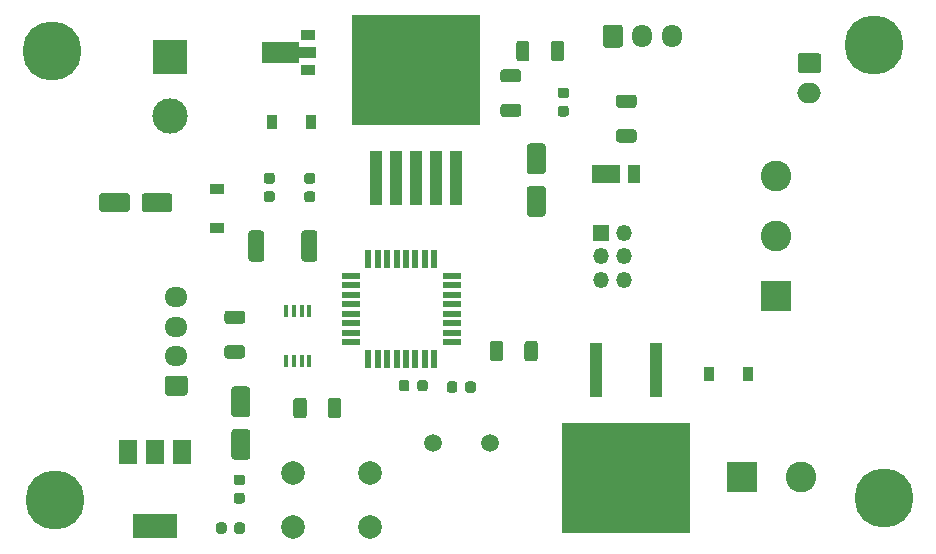
<source format=gbr>
%TF.GenerationSoftware,KiCad,Pcbnew,(5.1.8)-1*%
%TF.CreationDate,2021-08-28T19:56:38+01:00*%
%TF.ProjectId,OSC21,4f534332-312e-46b6-9963-61645f706362,rev?*%
%TF.SameCoordinates,Original*%
%TF.FileFunction,Soldermask,Top*%
%TF.FilePolarity,Negative*%
%FSLAX46Y46*%
G04 Gerber Fmt 4.6, Leading zero omitted, Abs format (unit mm)*
G04 Created by KiCad (PCBNEW (5.1.8)-1) date 2021-08-28 19:56:38*
%MOMM*%
%LPD*%
G01*
G04 APERTURE LIST*
%ADD10C,5.000000*%
%ADD11R,1.050000X1.500000*%
%ADD12R,2.400000X1.500000*%
%ADD13C,1.500000*%
%ADD14R,1.500000X2.000000*%
%ADD15R,3.800000X2.000000*%
%ADD16R,0.400000X1.100000*%
%ADD17R,10.800000X9.400000*%
%ADD18R,1.100000X4.600000*%
%ADD19R,1.600000X0.550000*%
%ADD20R,0.550000X1.600000*%
%ADD21C,2.000000*%
%ADD22C,0.100000*%
%ADD23R,1.300000X0.900000*%
%ADD24O,2.000000X1.700000*%
%ADD25C,2.600000*%
%ADD26R,2.600000X2.600000*%
%ADD27O,1.700000X1.950000*%
%ADD28O,1.950000X1.700000*%
%ADD29O,1.350000X1.350000*%
%ADD30R,1.350000X1.350000*%
%ADD31C,3.000000*%
%ADD32R,3.000000X3.000000*%
%ADD33R,1.200000X0.900000*%
%ADD34R,0.900000X1.200000*%
G04 APERTURE END LIST*
D10*
%TO.C,H4*%
X176149000Y-119951500D03*
%TD*%
%TO.C,H3*%
X175260000Y-81597500D03*
%TD*%
%TO.C,H2*%
X105918000Y-120078500D03*
%TD*%
%TO.C,H1*%
X105664000Y-82105500D03*
%TD*%
D11*
%TO.C,D1*%
X154941000Y-92519500D03*
D12*
X152566000Y-92519500D03*
%TD*%
D13*
%TO.C,Y1*%
X142802000Y-115252500D03*
X137922000Y-115252500D03*
%TD*%
D14*
%TO.C,U4*%
X116727000Y-116039500D03*
X112127000Y-116039500D03*
X114427000Y-116039500D03*
D15*
X114427000Y-122339500D03*
%TD*%
D16*
%TO.C,U3*%
X127467000Y-108385500D03*
X126817000Y-108385500D03*
X126167000Y-108385500D03*
X125517000Y-108385500D03*
X125517000Y-104085500D03*
X126167000Y-104085500D03*
X126817000Y-104085500D03*
X127467000Y-104085500D03*
%TD*%
D17*
%TO.C,U2*%
X136525000Y-83683500D03*
D18*
X139925000Y-92833500D03*
X138225000Y-92833500D03*
X136525000Y-92833500D03*
X134825000Y-92833500D03*
X133125000Y-92833500D03*
%TD*%
D19*
%TO.C,U1*%
X131005000Y-106749500D03*
X131005000Y-105949500D03*
X131005000Y-105149500D03*
X131005000Y-104349500D03*
X131005000Y-103549500D03*
X131005000Y-102749500D03*
X131005000Y-101949500D03*
X131005000Y-101149500D03*
D20*
X132455000Y-99699500D03*
X133255000Y-99699500D03*
X134055000Y-99699500D03*
X134855000Y-99699500D03*
X135655000Y-99699500D03*
X136455000Y-99699500D03*
X137255000Y-99699500D03*
X138055000Y-99699500D03*
D19*
X139505000Y-101149500D03*
X139505000Y-101949500D03*
X139505000Y-102749500D03*
X139505000Y-103549500D03*
X139505000Y-104349500D03*
X139505000Y-105149500D03*
X139505000Y-105949500D03*
X139505000Y-106749500D03*
D20*
X138055000Y-108199500D03*
X137255000Y-108199500D03*
X136455000Y-108199500D03*
X135655000Y-108199500D03*
X134855000Y-108199500D03*
X134055000Y-108199500D03*
X133255000Y-108199500D03*
X132455000Y-108199500D03*
%TD*%
D21*
%TO.C,SW1*%
X126088000Y-122364500D03*
X126088000Y-117864500D03*
X132588000Y-122364500D03*
X132588000Y-117864500D03*
%TD*%
%TO.C,R7*%
G36*
G01*
X154930001Y-86920500D02*
X153679999Y-86920500D01*
G75*
G02*
X153430000Y-86670501I0J249999D01*
G01*
X153430000Y-86045499D01*
G75*
G02*
X153679999Y-85795500I249999J0D01*
G01*
X154930001Y-85795500D01*
G75*
G02*
X155180000Y-86045499I0J-249999D01*
G01*
X155180000Y-86670501D01*
G75*
G02*
X154930001Y-86920500I-249999J0D01*
G01*
G37*
G36*
G01*
X154930001Y-89845500D02*
X153679999Y-89845500D01*
G75*
G02*
X153430000Y-89595501I0J249999D01*
G01*
X153430000Y-88970499D01*
G75*
G02*
X153679999Y-88720500I249999J0D01*
G01*
X154930001Y-88720500D01*
G75*
G02*
X155180000Y-88970499I0J-249999D01*
G01*
X155180000Y-89595501D01*
G75*
G02*
X154930001Y-89845500I-249999J0D01*
G01*
G37*
%TD*%
%TO.C,R6*%
G36*
G01*
X121783001Y-105208500D02*
X120532999Y-105208500D01*
G75*
G02*
X120283000Y-104958501I0J249999D01*
G01*
X120283000Y-104333499D01*
G75*
G02*
X120532999Y-104083500I249999J0D01*
G01*
X121783001Y-104083500D01*
G75*
G02*
X122033000Y-104333499I0J-249999D01*
G01*
X122033000Y-104958501D01*
G75*
G02*
X121783001Y-105208500I-249999J0D01*
G01*
G37*
G36*
G01*
X121783001Y-108133500D02*
X120532999Y-108133500D01*
G75*
G02*
X120283000Y-107883501I0J249999D01*
G01*
X120283000Y-107258499D01*
G75*
G02*
X120532999Y-107008500I249999J0D01*
G01*
X121783001Y-107008500D01*
G75*
G02*
X122033000Y-107258499I0J-249999D01*
G01*
X122033000Y-107883501D01*
G75*
G02*
X121783001Y-108133500I-249999J0D01*
G01*
G37*
%TD*%
%TO.C,R5*%
G36*
G01*
X147904500Y-82730501D02*
X147904500Y-81480499D01*
G75*
G02*
X148154499Y-81230500I249999J0D01*
G01*
X148779501Y-81230500D01*
G75*
G02*
X149029500Y-81480499I0J-249999D01*
G01*
X149029500Y-82730501D01*
G75*
G02*
X148779501Y-82980500I-249999J0D01*
G01*
X148154499Y-82980500D01*
G75*
G02*
X147904500Y-82730501I0J249999D01*
G01*
G37*
G36*
G01*
X144979500Y-82730501D02*
X144979500Y-81480499D01*
G75*
G02*
X145229499Y-81230500I249999J0D01*
G01*
X145854501Y-81230500D01*
G75*
G02*
X146104500Y-81480499I0J-249999D01*
G01*
X146104500Y-82730501D01*
G75*
G02*
X145854501Y-82980500I-249999J0D01*
G01*
X145229499Y-82980500D01*
G75*
G02*
X144979500Y-82730501I0J249999D01*
G01*
G37*
%TD*%
%TO.C,R4*%
G36*
G01*
X143900999Y-86561500D02*
X145151001Y-86561500D01*
G75*
G02*
X145401000Y-86811499I0J-249999D01*
G01*
X145401000Y-87436501D01*
G75*
G02*
X145151001Y-87686500I-249999J0D01*
G01*
X143900999Y-87686500D01*
G75*
G02*
X143651000Y-87436501I0J249999D01*
G01*
X143651000Y-86811499D01*
G75*
G02*
X143900999Y-86561500I249999J0D01*
G01*
G37*
G36*
G01*
X143900999Y-83636500D02*
X145151001Y-83636500D01*
G75*
G02*
X145401000Y-83886499I0J-249999D01*
G01*
X145401000Y-84511501D01*
G75*
G02*
X145151001Y-84761500I-249999J0D01*
G01*
X143900999Y-84761500D01*
G75*
G02*
X143651000Y-84511501I0J249999D01*
G01*
X143651000Y-83886499D01*
G75*
G02*
X143900999Y-83636500I249999J0D01*
G01*
G37*
%TD*%
%TO.C,R3*%
G36*
G01*
X143880000Y-106880499D02*
X143880000Y-108130501D01*
G75*
G02*
X143630001Y-108380500I-249999J0D01*
G01*
X143004999Y-108380500D01*
G75*
G02*
X142755000Y-108130501I0J249999D01*
G01*
X142755000Y-106880499D01*
G75*
G02*
X143004999Y-106630500I249999J0D01*
G01*
X143630001Y-106630500D01*
G75*
G02*
X143880000Y-106880499I0J-249999D01*
G01*
G37*
G36*
G01*
X146805000Y-106880499D02*
X146805000Y-108130501D01*
G75*
G02*
X146555001Y-108380500I-249999J0D01*
G01*
X145929999Y-108380500D01*
G75*
G02*
X145680000Y-108130501I0J249999D01*
G01*
X145680000Y-106880499D01*
G75*
G02*
X145929999Y-106630500I249999J0D01*
G01*
X146555001Y-106630500D01*
G75*
G02*
X146805000Y-106880499I0J-249999D01*
G01*
G37*
%TD*%
%TO.C,R1*%
G36*
G01*
X129043000Y-112956501D02*
X129043000Y-111706499D01*
G75*
G02*
X129292999Y-111456500I249999J0D01*
G01*
X129918001Y-111456500D01*
G75*
G02*
X130168000Y-111706499I0J-249999D01*
G01*
X130168000Y-112956501D01*
G75*
G02*
X129918001Y-113206500I-249999J0D01*
G01*
X129292999Y-113206500D01*
G75*
G02*
X129043000Y-112956501I0J249999D01*
G01*
G37*
G36*
G01*
X126118000Y-112956501D02*
X126118000Y-111706499D01*
G75*
G02*
X126367999Y-111456500I249999J0D01*
G01*
X126993001Y-111456500D01*
G75*
G02*
X127243000Y-111706499I0J-249999D01*
G01*
X127243000Y-112956501D01*
G75*
G02*
X126993001Y-113206500I-249999J0D01*
G01*
X126367999Y-113206500D01*
G75*
G02*
X126118000Y-112956501I0J249999D01*
G01*
G37*
%TD*%
D17*
%TO.C,Q2*%
X154305000Y-118246500D03*
D18*
X151765000Y-109096500D03*
X156845000Y-109096500D03*
%TD*%
D22*
%TO.C,Q1*%
G36*
X123430000Y-81366000D02*
G01*
X126555000Y-81366000D01*
X126555000Y-81782500D01*
X128030000Y-81782500D01*
X128030000Y-82682500D01*
X126555000Y-82682500D01*
X126555000Y-83099000D01*
X123430000Y-83099000D01*
X123430000Y-81366000D01*
G37*
D23*
X127380000Y-80732500D03*
X127380000Y-83732500D03*
%TD*%
%TO.C,L1*%
G36*
G01*
X126797000Y-99690501D02*
X126797000Y-97540499D01*
G75*
G02*
X127046999Y-97290500I249999J0D01*
G01*
X127897001Y-97290500D01*
G75*
G02*
X128147000Y-97540499I0J-249999D01*
G01*
X128147000Y-99690501D01*
G75*
G02*
X127897001Y-99940500I-249999J0D01*
G01*
X127046999Y-99940500D01*
G75*
G02*
X126797000Y-99690501I0J249999D01*
G01*
G37*
G36*
G01*
X122297000Y-99690501D02*
X122297000Y-97540499D01*
G75*
G02*
X122546999Y-97290500I249999J0D01*
G01*
X123397001Y-97290500D01*
G75*
G02*
X123647000Y-97540499I0J-249999D01*
G01*
X123647000Y-99690501D01*
G75*
G02*
X123397001Y-99940500I-249999J0D01*
G01*
X122546999Y-99940500D01*
G75*
G02*
X122297000Y-99690501I0J249999D01*
G01*
G37*
%TD*%
D24*
%TO.C,J7*%
X169799000Y-85621500D03*
G36*
G01*
X169049000Y-82271500D02*
X170549000Y-82271500D01*
G75*
G02*
X170799000Y-82521500I0J-250000D01*
G01*
X170799000Y-83721500D01*
G75*
G02*
X170549000Y-83971500I-250000J0D01*
G01*
X169049000Y-83971500D01*
G75*
G02*
X168799000Y-83721500I0J250000D01*
G01*
X168799000Y-82521500D01*
G75*
G02*
X169049000Y-82271500I250000J0D01*
G01*
G37*
%TD*%
D25*
%TO.C,J6*%
X167005000Y-92646500D03*
X167005000Y-97726500D03*
D26*
X167005000Y-102806500D03*
%TD*%
D25*
%TO.C,J5*%
X169084000Y-118173500D03*
D26*
X164084000Y-118173500D03*
%TD*%
D27*
%TO.C,J4*%
X158162000Y-80835500D03*
X155662000Y-80835500D03*
G36*
G01*
X152312000Y-81560500D02*
X152312000Y-80110500D01*
G75*
G02*
X152562000Y-79860500I250000J0D01*
G01*
X153762000Y-79860500D01*
G75*
G02*
X154012000Y-80110500I0J-250000D01*
G01*
X154012000Y-81560500D01*
G75*
G02*
X153762000Y-81810500I-250000J0D01*
G01*
X152562000Y-81810500D01*
G75*
G02*
X152312000Y-81560500I0J250000D01*
G01*
G37*
%TD*%
D28*
%TO.C,J3*%
X116205000Y-102926500D03*
X116205000Y-105426500D03*
X116205000Y-107926500D03*
G36*
G01*
X116930000Y-111276500D02*
X115480000Y-111276500D01*
G75*
G02*
X115230000Y-111026500I0J250000D01*
G01*
X115230000Y-109826500D01*
G75*
G02*
X115480000Y-109576500I250000J0D01*
G01*
X116930000Y-109576500D01*
G75*
G02*
X117180000Y-109826500I0J-250000D01*
G01*
X117180000Y-111026500D01*
G75*
G02*
X116930000Y-111276500I-250000J0D01*
G01*
G37*
%TD*%
D29*
%TO.C,J2*%
X154146000Y-101472500D03*
X152146000Y-101472500D03*
X154146000Y-99472500D03*
X152146000Y-99472500D03*
X154146000Y-97472500D03*
D30*
X152146000Y-97472500D03*
%TD*%
D31*
%TO.C,J1*%
X115697000Y-87613500D03*
D32*
X115697000Y-82613500D03*
%TD*%
D33*
%TO.C,D5*%
X119634000Y-97090500D03*
X119634000Y-93790500D03*
%TD*%
D34*
%TO.C,D4*%
X161292000Y-109410500D03*
X164592000Y-109410500D03*
%TD*%
%TO.C,D3*%
X127634000Y-88074500D03*
X124334000Y-88074500D03*
%TD*%
%TO.C,C10*%
G36*
G01*
X121116000Y-114101500D02*
X122216000Y-114101500D01*
G75*
G02*
X122466000Y-114351500I0J-250000D01*
G01*
X122466000Y-116451500D01*
G75*
G02*
X122216000Y-116701500I-250000J0D01*
G01*
X121116000Y-116701500D01*
G75*
G02*
X120866000Y-116451500I0J250000D01*
G01*
X120866000Y-114351500D01*
G75*
G02*
X121116000Y-114101500I250000J0D01*
G01*
G37*
G36*
G01*
X121116000Y-110501500D02*
X122216000Y-110501500D01*
G75*
G02*
X122466000Y-110751500I0J-250000D01*
G01*
X122466000Y-112851500D01*
G75*
G02*
X122216000Y-113101500I-250000J0D01*
G01*
X121116000Y-113101500D01*
G75*
G02*
X120866000Y-112851500I0J250000D01*
G01*
X120866000Y-110751500D01*
G75*
G02*
X121116000Y-110501500I250000J0D01*
G01*
G37*
%TD*%
%TO.C,C9*%
G36*
G01*
X121789000Y-118864500D02*
X121289000Y-118864500D01*
G75*
G02*
X121064000Y-118639500I0J225000D01*
G01*
X121064000Y-118189500D01*
G75*
G02*
X121289000Y-117964500I225000J0D01*
G01*
X121789000Y-117964500D01*
G75*
G02*
X122014000Y-118189500I0J-225000D01*
G01*
X122014000Y-118639500D01*
G75*
G02*
X121789000Y-118864500I-225000J0D01*
G01*
G37*
G36*
G01*
X121789000Y-120414500D02*
X121289000Y-120414500D01*
G75*
G02*
X121064000Y-120189500I0J225000D01*
G01*
X121064000Y-119739500D01*
G75*
G02*
X121289000Y-119514500I225000J0D01*
G01*
X121789000Y-119514500D01*
G75*
G02*
X122014000Y-119739500I0J-225000D01*
G01*
X122014000Y-120189500D01*
G75*
G02*
X121789000Y-120414500I-225000J0D01*
G01*
G37*
%TD*%
%TO.C,C8*%
G36*
G01*
X123829000Y-93974500D02*
X124329000Y-93974500D01*
G75*
G02*
X124554000Y-94199500I0J-225000D01*
G01*
X124554000Y-94649500D01*
G75*
G02*
X124329000Y-94874500I-225000J0D01*
G01*
X123829000Y-94874500D01*
G75*
G02*
X123604000Y-94649500I0J225000D01*
G01*
X123604000Y-94199500D01*
G75*
G02*
X123829000Y-93974500I225000J0D01*
G01*
G37*
G36*
G01*
X123829000Y-92424500D02*
X124329000Y-92424500D01*
G75*
G02*
X124554000Y-92649500I0J-225000D01*
G01*
X124554000Y-93099500D01*
G75*
G02*
X124329000Y-93324500I-225000J0D01*
G01*
X123829000Y-93324500D01*
G75*
G02*
X123604000Y-93099500I0J225000D01*
G01*
X123604000Y-92649500D01*
G75*
G02*
X123829000Y-92424500I225000J0D01*
G01*
G37*
%TD*%
%TO.C,C7*%
G36*
G01*
X121115000Y-122741500D02*
X121115000Y-122241500D01*
G75*
G02*
X121340000Y-122016500I225000J0D01*
G01*
X121790000Y-122016500D01*
G75*
G02*
X122015000Y-122241500I0J-225000D01*
G01*
X122015000Y-122741500D01*
G75*
G02*
X121790000Y-122966500I-225000J0D01*
G01*
X121340000Y-122966500D01*
G75*
G02*
X121115000Y-122741500I0J225000D01*
G01*
G37*
G36*
G01*
X119565000Y-122741500D02*
X119565000Y-122241500D01*
G75*
G02*
X119790000Y-122016500I225000J0D01*
G01*
X120240000Y-122016500D01*
G75*
G02*
X120465000Y-122241500I0J-225000D01*
G01*
X120465000Y-122741500D01*
G75*
G02*
X120240000Y-122966500I-225000J0D01*
G01*
X119790000Y-122966500D01*
G75*
G02*
X119565000Y-122741500I0J225000D01*
G01*
G37*
%TD*%
%TO.C,C6*%
G36*
G01*
X148721000Y-86748500D02*
X149221000Y-86748500D01*
G75*
G02*
X149446000Y-86973500I0J-225000D01*
G01*
X149446000Y-87423500D01*
G75*
G02*
X149221000Y-87648500I-225000J0D01*
G01*
X148721000Y-87648500D01*
G75*
G02*
X148496000Y-87423500I0J225000D01*
G01*
X148496000Y-86973500D01*
G75*
G02*
X148721000Y-86748500I225000J0D01*
G01*
G37*
G36*
G01*
X148721000Y-85198500D02*
X149221000Y-85198500D01*
G75*
G02*
X149446000Y-85423500I0J-225000D01*
G01*
X149446000Y-85873500D01*
G75*
G02*
X149221000Y-86098500I-225000J0D01*
G01*
X148721000Y-86098500D01*
G75*
G02*
X148496000Y-85873500I0J225000D01*
G01*
X148496000Y-85423500D01*
G75*
G02*
X148721000Y-85198500I225000J0D01*
G01*
G37*
%TD*%
%TO.C,C5*%
G36*
G01*
X146135000Y-93527500D02*
X147235000Y-93527500D01*
G75*
G02*
X147485000Y-93777500I0J-250000D01*
G01*
X147485000Y-95877500D01*
G75*
G02*
X147235000Y-96127500I-250000J0D01*
G01*
X146135000Y-96127500D01*
G75*
G02*
X145885000Y-95877500I0J250000D01*
G01*
X145885000Y-93777500D01*
G75*
G02*
X146135000Y-93527500I250000J0D01*
G01*
G37*
G36*
G01*
X146135000Y-89927500D02*
X147235000Y-89927500D01*
G75*
G02*
X147485000Y-90177500I0J-250000D01*
G01*
X147485000Y-92277500D01*
G75*
G02*
X147235000Y-92527500I-250000J0D01*
G01*
X146135000Y-92527500D01*
G75*
G02*
X145885000Y-92277500I0J250000D01*
G01*
X145885000Y-90177500D01*
G75*
G02*
X146135000Y-89927500I250000J0D01*
G01*
G37*
%TD*%
%TO.C,C4*%
G36*
G01*
X112276000Y-94382500D02*
X112276000Y-95482500D01*
G75*
G02*
X112026000Y-95732500I-250000J0D01*
G01*
X109926000Y-95732500D01*
G75*
G02*
X109676000Y-95482500I0J250000D01*
G01*
X109676000Y-94382500D01*
G75*
G02*
X109926000Y-94132500I250000J0D01*
G01*
X112026000Y-94132500D01*
G75*
G02*
X112276000Y-94382500I0J-250000D01*
G01*
G37*
G36*
G01*
X115876000Y-94382500D02*
X115876000Y-95482500D01*
G75*
G02*
X115626000Y-95732500I-250000J0D01*
G01*
X113526000Y-95732500D01*
G75*
G02*
X113276000Y-95482500I0J250000D01*
G01*
X113276000Y-94382500D01*
G75*
G02*
X113526000Y-94132500I250000J0D01*
G01*
X115626000Y-94132500D01*
G75*
G02*
X115876000Y-94382500I0J-250000D01*
G01*
G37*
%TD*%
%TO.C,C3*%
G36*
G01*
X127258000Y-93987500D02*
X127758000Y-93987500D01*
G75*
G02*
X127983000Y-94212500I0J-225000D01*
G01*
X127983000Y-94662500D01*
G75*
G02*
X127758000Y-94887500I-225000J0D01*
G01*
X127258000Y-94887500D01*
G75*
G02*
X127033000Y-94662500I0J225000D01*
G01*
X127033000Y-94212500D01*
G75*
G02*
X127258000Y-93987500I225000J0D01*
G01*
G37*
G36*
G01*
X127258000Y-92437500D02*
X127758000Y-92437500D01*
G75*
G02*
X127983000Y-92662500I0J-225000D01*
G01*
X127983000Y-93112500D01*
G75*
G02*
X127758000Y-93337500I-225000J0D01*
G01*
X127258000Y-93337500D01*
G75*
G02*
X127033000Y-93112500I0J225000D01*
G01*
X127033000Y-92662500D01*
G75*
G02*
X127258000Y-92437500I225000J0D01*
G01*
G37*
%TD*%
%TO.C,C2*%
G36*
G01*
X140660000Y-110803500D02*
X140660000Y-110303500D01*
G75*
G02*
X140885000Y-110078500I225000J0D01*
G01*
X141335000Y-110078500D01*
G75*
G02*
X141560000Y-110303500I0J-225000D01*
G01*
X141560000Y-110803500D01*
G75*
G02*
X141335000Y-111028500I-225000J0D01*
G01*
X140885000Y-111028500D01*
G75*
G02*
X140660000Y-110803500I0J225000D01*
G01*
G37*
G36*
G01*
X139110000Y-110803500D02*
X139110000Y-110303500D01*
G75*
G02*
X139335000Y-110078500I225000J0D01*
G01*
X139785000Y-110078500D01*
G75*
G02*
X140010000Y-110303500I0J-225000D01*
G01*
X140010000Y-110803500D01*
G75*
G02*
X139785000Y-111028500I-225000J0D01*
G01*
X139335000Y-111028500D01*
G75*
G02*
X139110000Y-110803500I0J225000D01*
G01*
G37*
%TD*%
%TO.C,C1*%
G36*
G01*
X135946000Y-110176500D02*
X135946000Y-110676500D01*
G75*
G02*
X135721000Y-110901500I-225000J0D01*
G01*
X135271000Y-110901500D01*
G75*
G02*
X135046000Y-110676500I0J225000D01*
G01*
X135046000Y-110176500D01*
G75*
G02*
X135271000Y-109951500I225000J0D01*
G01*
X135721000Y-109951500D01*
G75*
G02*
X135946000Y-110176500I0J-225000D01*
G01*
G37*
G36*
G01*
X137496000Y-110176500D02*
X137496000Y-110676500D01*
G75*
G02*
X137271000Y-110901500I-225000J0D01*
G01*
X136821000Y-110901500D01*
G75*
G02*
X136596000Y-110676500I0J225000D01*
G01*
X136596000Y-110176500D01*
G75*
G02*
X136821000Y-109951500I225000J0D01*
G01*
X137271000Y-109951500D01*
G75*
G02*
X137496000Y-110176500I0J-225000D01*
G01*
G37*
%TD*%
M02*

</source>
